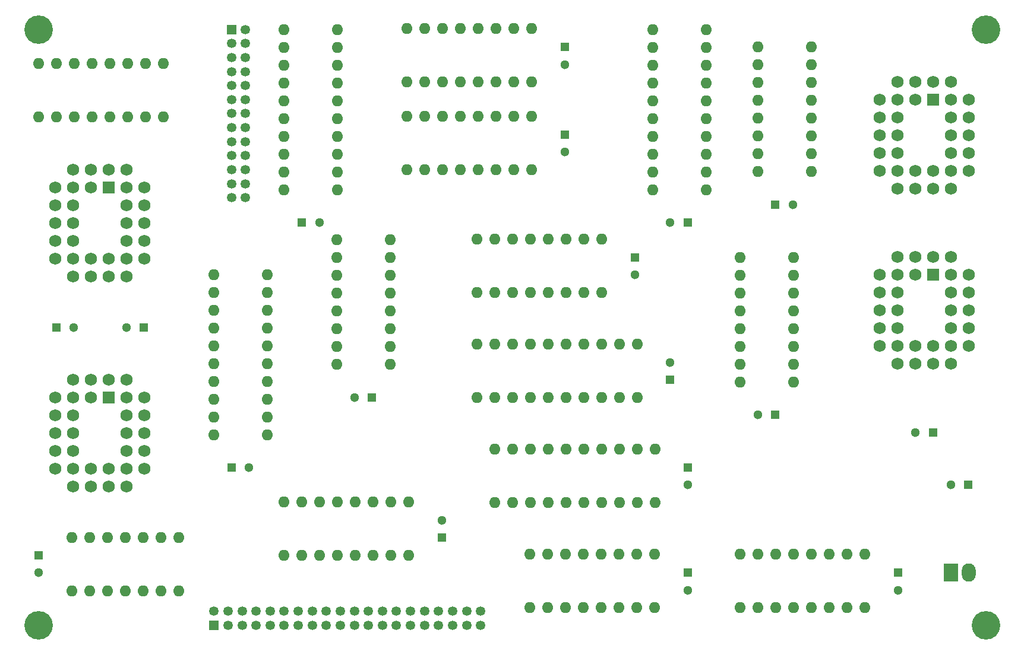
<source format=gbs>
G04 #@! TF.FileFunction,Soldermask,Bot*
%FSLAX46Y46*%
G04 Gerber Fmt 4.6, Leading zero omitted, Abs format (unit mm)*
G04 Created by KiCad (PCBNEW 4.0.4-snap1-stable) date Mon Oct  8 14:35:49 2018*
%MOMM*%
%LPD*%
G01*
G04 APERTURE LIST*
%ADD10C,0.100000*%
%ADD11O,1.600000X1.600000*%
%ADD12R,1.750000X1.750000*%
%ADD13C,1.750000*%
%ADD14R,2.000000X2.600000*%
%ADD15O,2.000000X2.600000*%
%ADD16R,1.300000X1.300000*%
%ADD17C,1.300000*%
%ADD18R,1.350000X1.350000*%
%ADD19C,1.350000*%
%ADD20C,4.064000*%
G04 APERTURE END LIST*
D10*
D11*
X102500000Y-67500000D03*
X102500000Y-70040000D03*
X102500000Y-72580000D03*
X102500000Y-75120000D03*
X102500000Y-77660000D03*
X102500000Y-80200000D03*
X102500000Y-82740000D03*
X102500000Y-85280000D03*
X102500000Y-87820000D03*
X102500000Y-90360000D03*
X110120000Y-90360000D03*
X110120000Y-87820000D03*
X110120000Y-85280000D03*
X110120000Y-82740000D03*
X110120000Y-80200000D03*
X110120000Y-77660000D03*
X110120000Y-75120000D03*
X110120000Y-72580000D03*
X110120000Y-70040000D03*
X110120000Y-67500000D03*
X92500000Y-102500000D03*
X92500000Y-105040000D03*
X92500000Y-107580000D03*
X92500000Y-110120000D03*
X92500000Y-112660000D03*
X92500000Y-115200000D03*
X92500000Y-117740000D03*
X92500000Y-120280000D03*
X92500000Y-122820000D03*
X92500000Y-125360000D03*
X100120000Y-125360000D03*
X100120000Y-122820000D03*
X100120000Y-120280000D03*
X100120000Y-117740000D03*
X100120000Y-115200000D03*
X100120000Y-112660000D03*
X100120000Y-110120000D03*
X100120000Y-107580000D03*
X100120000Y-105040000D03*
X100120000Y-102500000D03*
D12*
X77500000Y-90000000D03*
D13*
X74960000Y-90000000D03*
X80040000Y-90000000D03*
X82580000Y-90000000D03*
X74960000Y-87460000D03*
X72420000Y-87460000D03*
X77500000Y-87460000D03*
X80040000Y-87460000D03*
X72420000Y-90000000D03*
X72420000Y-92540000D03*
X72420000Y-95080000D03*
X72420000Y-97620000D03*
X69880000Y-90000000D03*
X69880000Y-92540000D03*
X69880000Y-95080000D03*
X69880000Y-97620000D03*
X69880000Y-100160000D03*
X72420000Y-100160000D03*
X74960000Y-100160000D03*
X77500000Y-100160000D03*
X72420000Y-102700000D03*
X74960000Y-102700000D03*
X77500000Y-102700000D03*
X80040000Y-102700000D03*
X80040000Y-100160000D03*
X80040000Y-97620000D03*
X80040000Y-95080000D03*
X80040000Y-92540000D03*
X82580000Y-100160000D03*
X82580000Y-97620000D03*
X82580000Y-95080000D03*
X82580000Y-92540000D03*
X82580000Y-90000000D03*
D12*
X77500000Y-120000000D03*
D13*
X74960000Y-120000000D03*
X80040000Y-120000000D03*
X82580000Y-120000000D03*
X74960000Y-117460000D03*
X72420000Y-117460000D03*
X77500000Y-117460000D03*
X80040000Y-117460000D03*
X72420000Y-120000000D03*
X72420000Y-122540000D03*
X72420000Y-125080000D03*
X72420000Y-127620000D03*
X69880000Y-120000000D03*
X69880000Y-122540000D03*
X69880000Y-125080000D03*
X69880000Y-127620000D03*
X69880000Y-130160000D03*
X72420000Y-130160000D03*
X74960000Y-130160000D03*
X77500000Y-130160000D03*
X72420000Y-132700000D03*
X74960000Y-132700000D03*
X77500000Y-132700000D03*
X80040000Y-132700000D03*
X80040000Y-130160000D03*
X80040000Y-127620000D03*
X80040000Y-125080000D03*
X80040000Y-122540000D03*
X82580000Y-130160000D03*
X82580000Y-127620000D03*
X82580000Y-125080000D03*
X82580000Y-122540000D03*
X82580000Y-120000000D03*
D11*
X67500000Y-80000000D03*
X70040000Y-80000000D03*
X72580000Y-80000000D03*
X75120000Y-80000000D03*
X77660000Y-80000000D03*
X80200000Y-80000000D03*
X82740000Y-80000000D03*
X85280000Y-80000000D03*
X85280000Y-72380000D03*
X82740000Y-72380000D03*
X80200000Y-72380000D03*
X77660000Y-72380000D03*
X75120000Y-72380000D03*
X72580000Y-72380000D03*
X70040000Y-72380000D03*
X67500000Y-72380000D03*
D12*
X195000000Y-77500000D03*
D13*
X192460000Y-77500000D03*
X197540000Y-77500000D03*
X200080000Y-77500000D03*
X192460000Y-74960000D03*
X189920000Y-74960000D03*
X195000000Y-74960000D03*
X197540000Y-74960000D03*
X189920000Y-77500000D03*
X189920000Y-80040000D03*
X189920000Y-82580000D03*
X189920000Y-85120000D03*
X187380000Y-77500000D03*
X187380000Y-80040000D03*
X187380000Y-82580000D03*
X187380000Y-85120000D03*
X187380000Y-87660000D03*
X189920000Y-87660000D03*
X192460000Y-87660000D03*
X195000000Y-87660000D03*
X189920000Y-90200000D03*
X192460000Y-90200000D03*
X195000000Y-90200000D03*
X197540000Y-90200000D03*
X197540000Y-87660000D03*
X197540000Y-85120000D03*
X197540000Y-82580000D03*
X197540000Y-80040000D03*
X200080000Y-87660000D03*
X200080000Y-85120000D03*
X200080000Y-82580000D03*
X200080000Y-80040000D03*
X200080000Y-77500000D03*
D11*
X102500000Y-142500000D03*
X105040000Y-142500000D03*
X107580000Y-142500000D03*
X110120000Y-142500000D03*
X112660000Y-142500000D03*
X115200000Y-142500000D03*
X117740000Y-142500000D03*
X120280000Y-142500000D03*
X120280000Y-134880000D03*
X117740000Y-134880000D03*
X115200000Y-134880000D03*
X112660000Y-134880000D03*
X110120000Y-134880000D03*
X107580000Y-134880000D03*
X105040000Y-134880000D03*
X102500000Y-134880000D03*
X137500000Y-150000000D03*
X140040000Y-150000000D03*
X142580000Y-150000000D03*
X145120000Y-150000000D03*
X147660000Y-150000000D03*
X150200000Y-150000000D03*
X152740000Y-150000000D03*
X155280000Y-150000000D03*
X155280000Y-142380000D03*
X152740000Y-142380000D03*
X150200000Y-142380000D03*
X147660000Y-142380000D03*
X145120000Y-142380000D03*
X142580000Y-142380000D03*
X140040000Y-142380000D03*
X137500000Y-142380000D03*
X167500000Y-150000000D03*
X170040000Y-150000000D03*
X172580000Y-150000000D03*
X175120000Y-150000000D03*
X177660000Y-150000000D03*
X180200000Y-150000000D03*
X182740000Y-150000000D03*
X185280000Y-150000000D03*
X185280000Y-142380000D03*
X182740000Y-142380000D03*
X180200000Y-142380000D03*
X177660000Y-142380000D03*
X175120000Y-142380000D03*
X172580000Y-142380000D03*
X170040000Y-142380000D03*
X167500000Y-142380000D03*
X120000000Y-75000000D03*
X122540000Y-75000000D03*
X125080000Y-75000000D03*
X127620000Y-75000000D03*
X130160000Y-75000000D03*
X132700000Y-75000000D03*
X135240000Y-75000000D03*
X137780000Y-75000000D03*
X137780000Y-67380000D03*
X135240000Y-67380000D03*
X132700000Y-67380000D03*
X130160000Y-67380000D03*
X127620000Y-67380000D03*
X125080000Y-67380000D03*
X122540000Y-67380000D03*
X120000000Y-67380000D03*
X120000000Y-87500000D03*
X122540000Y-87500000D03*
X125080000Y-87500000D03*
X127620000Y-87500000D03*
X130160000Y-87500000D03*
X132700000Y-87500000D03*
X135240000Y-87500000D03*
X137780000Y-87500000D03*
X137780000Y-79880000D03*
X135240000Y-79880000D03*
X132700000Y-79880000D03*
X130160000Y-79880000D03*
X127620000Y-79880000D03*
X125080000Y-79880000D03*
X122540000Y-79880000D03*
X120000000Y-79880000D03*
X130000000Y-105000000D03*
X132540000Y-105000000D03*
X135080000Y-105000000D03*
X137620000Y-105000000D03*
X140160000Y-105000000D03*
X142700000Y-105000000D03*
X145240000Y-105000000D03*
X147780000Y-105000000D03*
X147780000Y-97380000D03*
X145240000Y-97380000D03*
X142700000Y-97380000D03*
X140160000Y-97380000D03*
X137620000Y-97380000D03*
X135080000Y-97380000D03*
X132540000Y-97380000D03*
X130000000Y-97380000D03*
D14*
X197500000Y-145000000D03*
D15*
X200040000Y-145000000D03*
D11*
X170000000Y-70000000D03*
X170000000Y-72540000D03*
X170000000Y-75080000D03*
X170000000Y-77620000D03*
X170000000Y-80160000D03*
X170000000Y-82700000D03*
X170000000Y-85240000D03*
X170000000Y-87780000D03*
X177620000Y-87780000D03*
X177620000Y-85240000D03*
X177620000Y-82700000D03*
X177620000Y-80160000D03*
X177620000Y-77620000D03*
X177620000Y-75080000D03*
X177620000Y-72540000D03*
X177620000Y-70000000D03*
X130000000Y-120000000D03*
X132540000Y-120000000D03*
X135080000Y-120000000D03*
X137620000Y-120000000D03*
X140160000Y-120000000D03*
X142700000Y-120000000D03*
X145240000Y-120000000D03*
X147780000Y-120000000D03*
X150320000Y-120000000D03*
X152860000Y-120000000D03*
X152860000Y-112380000D03*
X150320000Y-112380000D03*
X147780000Y-112380000D03*
X145240000Y-112380000D03*
X142700000Y-112380000D03*
X140160000Y-112380000D03*
X137620000Y-112380000D03*
X135080000Y-112380000D03*
X132540000Y-112380000D03*
X130000000Y-112380000D03*
X132500000Y-135000000D03*
X135040000Y-135000000D03*
X137580000Y-135000000D03*
X140120000Y-135000000D03*
X142660000Y-135000000D03*
X145200000Y-135000000D03*
X147740000Y-135000000D03*
X150280000Y-135000000D03*
X152820000Y-135000000D03*
X155360000Y-135000000D03*
X155360000Y-127380000D03*
X152820000Y-127380000D03*
X150280000Y-127380000D03*
X147740000Y-127380000D03*
X145200000Y-127380000D03*
X142660000Y-127380000D03*
X140120000Y-127380000D03*
X137580000Y-127380000D03*
X135040000Y-127380000D03*
X132500000Y-127380000D03*
D16*
X115000000Y-120000000D03*
D17*
X112500000Y-120000000D03*
D16*
X125000000Y-140000000D03*
D17*
X125000000Y-137500000D03*
D16*
X160000000Y-145000000D03*
D17*
X160000000Y-147500000D03*
D16*
X160000000Y-130000000D03*
D17*
X160000000Y-132500000D03*
D16*
X95000000Y-130000000D03*
D17*
X97500000Y-130000000D03*
D16*
X160000000Y-95000000D03*
D17*
X157500000Y-95000000D03*
D16*
X157500000Y-117500000D03*
D17*
X157500000Y-115000000D03*
D16*
X152500000Y-100000000D03*
D17*
X152500000Y-102500000D03*
D16*
X142500000Y-82500000D03*
D17*
X142500000Y-85000000D03*
D16*
X142500000Y-70000000D03*
D17*
X142500000Y-72500000D03*
D16*
X105000000Y-95000000D03*
D17*
X107500000Y-95000000D03*
D16*
X67500000Y-142500000D03*
D17*
X67500000Y-145000000D03*
D16*
X70000000Y-110000000D03*
D17*
X72500000Y-110000000D03*
D16*
X82500000Y-110000000D03*
D17*
X80000000Y-110000000D03*
D16*
X172500000Y-92500000D03*
D17*
X175000000Y-92500000D03*
D16*
X190000000Y-145000000D03*
D17*
X190000000Y-147500000D03*
D16*
X172500000Y-122500000D03*
D17*
X170000000Y-122500000D03*
D16*
X195000000Y-125000000D03*
D17*
X192500000Y-125000000D03*
D11*
X110000000Y-97500000D03*
X110000000Y-100040000D03*
X110000000Y-102580000D03*
X110000000Y-105120000D03*
X110000000Y-107660000D03*
X110000000Y-110200000D03*
X110000000Y-112740000D03*
X110000000Y-115280000D03*
X117620000Y-115280000D03*
X117620000Y-112740000D03*
X117620000Y-110200000D03*
X117620000Y-107660000D03*
X117620000Y-105120000D03*
X117620000Y-102580000D03*
X117620000Y-100040000D03*
X117620000Y-97500000D03*
X167500000Y-100000000D03*
X167500000Y-102540000D03*
X167500000Y-105080000D03*
X167500000Y-107620000D03*
X167500000Y-110160000D03*
X167500000Y-112700000D03*
X167500000Y-115240000D03*
X167500000Y-117780000D03*
X175120000Y-117780000D03*
X175120000Y-115240000D03*
X175120000Y-112700000D03*
X175120000Y-110160000D03*
X175120000Y-107620000D03*
X175120000Y-105080000D03*
X175120000Y-102540000D03*
X175120000Y-100000000D03*
D18*
X95000000Y-67500000D03*
D19*
X95000000Y-69500000D03*
X95000000Y-71500000D03*
X95000000Y-73500000D03*
X95000000Y-75500000D03*
X95000000Y-77500000D03*
X95000000Y-79500000D03*
X95000000Y-81500000D03*
X95000000Y-83500000D03*
X95000000Y-85500000D03*
X95000000Y-87500000D03*
X95000000Y-89500000D03*
X95000000Y-91500000D03*
X97000000Y-67500000D03*
X97000000Y-69500000D03*
X97000000Y-71500000D03*
X97000000Y-73500000D03*
X97000000Y-75500000D03*
X97000000Y-77500000D03*
X97000000Y-79500000D03*
X97000000Y-81500000D03*
X97000000Y-83500000D03*
X97000000Y-85500000D03*
X97000000Y-87500000D03*
X97000000Y-89500000D03*
X97000000Y-91500000D03*
D11*
X87500000Y-140000000D03*
X84960000Y-140000000D03*
X82420000Y-140000000D03*
X79880000Y-140000000D03*
X77340000Y-140000000D03*
X74800000Y-140000000D03*
X72260000Y-140000000D03*
X72260000Y-147620000D03*
X74800000Y-147620000D03*
X77340000Y-147620000D03*
X79880000Y-147620000D03*
X82420000Y-147620000D03*
X84960000Y-147620000D03*
X87500000Y-147620000D03*
D18*
X92500000Y-152500000D03*
D19*
X94500000Y-152500000D03*
X96500000Y-152500000D03*
X98500000Y-152500000D03*
X100500000Y-152500000D03*
X102500000Y-152500000D03*
X104500000Y-152500000D03*
X106500000Y-152500000D03*
X108500000Y-152500000D03*
X110500000Y-152500000D03*
X112500000Y-152500000D03*
X114500000Y-152500000D03*
X116500000Y-152500000D03*
X118500000Y-152500000D03*
X120500000Y-152500000D03*
X122500000Y-152500000D03*
X124500000Y-152500000D03*
X126500000Y-152500000D03*
X128500000Y-152500000D03*
X130500000Y-152500000D03*
X92500000Y-150500000D03*
X94500000Y-150500000D03*
X96500000Y-150500000D03*
X98500000Y-150500000D03*
X100500000Y-150500000D03*
X102500000Y-150500000D03*
X104500000Y-150500000D03*
X106500000Y-150500000D03*
X108500000Y-150500000D03*
X110500000Y-150500000D03*
X112500000Y-150500000D03*
X114500000Y-150500000D03*
X116500000Y-150500000D03*
X118500000Y-150500000D03*
X120500000Y-150500000D03*
X122500000Y-150500000D03*
X124500000Y-150500000D03*
X126500000Y-150500000D03*
X128500000Y-150500000D03*
X130500000Y-150500000D03*
D16*
X200000000Y-132500000D03*
D17*
X197500000Y-132500000D03*
D12*
X195000000Y-102500000D03*
D13*
X192460000Y-102500000D03*
X197540000Y-102500000D03*
X200080000Y-102500000D03*
X192460000Y-99960000D03*
X189920000Y-99960000D03*
X195000000Y-99960000D03*
X197540000Y-99960000D03*
X189920000Y-102500000D03*
X189920000Y-105040000D03*
X189920000Y-107580000D03*
X189920000Y-110120000D03*
X187380000Y-102500000D03*
X187380000Y-105040000D03*
X187380000Y-107580000D03*
X187380000Y-110120000D03*
X187380000Y-112660000D03*
X189920000Y-112660000D03*
X192460000Y-112660000D03*
X195000000Y-112660000D03*
X189920000Y-115200000D03*
X192460000Y-115200000D03*
X195000000Y-115200000D03*
X197540000Y-115200000D03*
X197540000Y-112660000D03*
X197540000Y-110120000D03*
X197540000Y-107580000D03*
X197540000Y-105040000D03*
X200080000Y-112660000D03*
X200080000Y-110120000D03*
X200080000Y-107580000D03*
X200080000Y-105040000D03*
X200080000Y-102500000D03*
D11*
X155000000Y-67500000D03*
X155000000Y-70040000D03*
X155000000Y-72580000D03*
X155000000Y-75120000D03*
X155000000Y-77660000D03*
X155000000Y-80200000D03*
X155000000Y-82740000D03*
X155000000Y-85280000D03*
X155000000Y-87820000D03*
X155000000Y-90360000D03*
X162620000Y-90360000D03*
X162620000Y-87820000D03*
X162620000Y-85280000D03*
X162620000Y-82740000D03*
X162620000Y-80200000D03*
X162620000Y-77660000D03*
X162620000Y-75120000D03*
X162620000Y-72580000D03*
X162620000Y-70040000D03*
X162620000Y-67500000D03*
D20*
X67500000Y-67500000D03*
X202500000Y-67500000D03*
X202500000Y-152500000D03*
X67500000Y-152500000D03*
M02*

</source>
